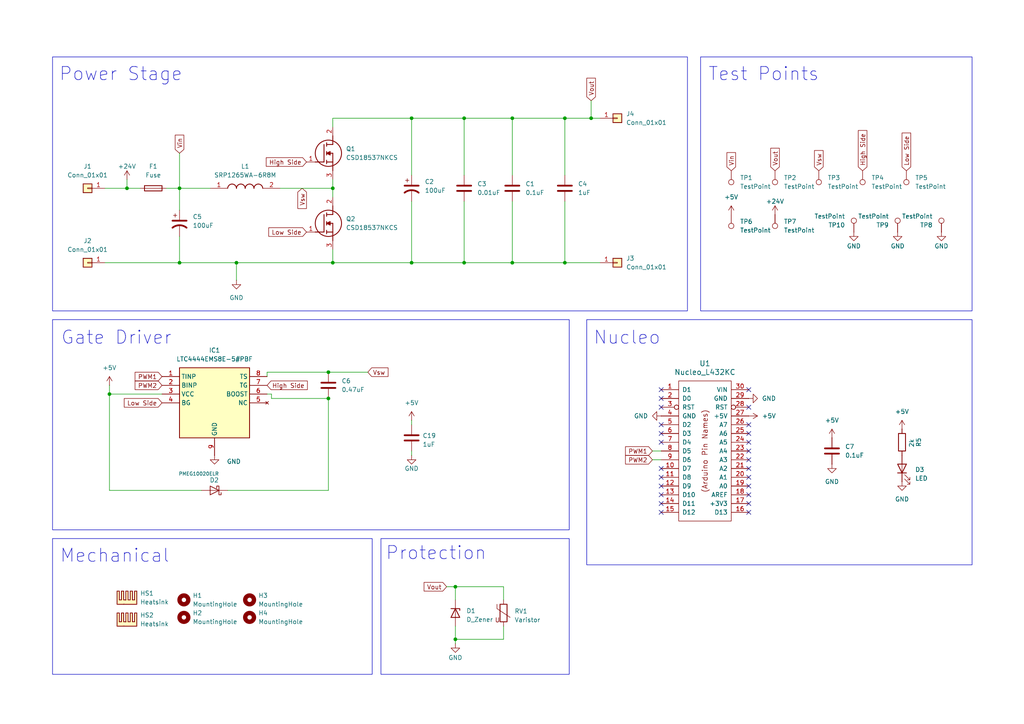
<source format=kicad_sch>
(kicad_sch (version 20250114) (generator "eeschema") (generator_version "9.0")
  (paper "A4")
  (lib_symbols
    (symbol "Connector:TestPoint" (pin_numbers (hide yes)) (pin_names (offset 0.762) (hide yes))
      (property "Reference" "TP" (at 0 6.858 0))
      (property "Value" "TestPoint" (at 0 5.08 0))
      (symbol "TestPoint_0_1"
        (circle (center 0 3.302) (radius 0.762))
      )
      (symbol "TestPoint_1_1"
        (pin passive line (at 0 0 90) (length 2.54) (name "1") (number "1"))
      )
    )
    (symbol "Connector_Generic:Conn_01x01" (pin_names (offset 1.016) (hide yes))
      (property "Reference" "J" (at 0 2.54 0))
      (property "Value" "Conn_01x01" (at 0 -2.54 0))
      (symbol "Conn_01x01_1_1"
        (rectangle (start -1.27 1.27) (end 1.27 -1.27) (stroke (width 0.254)) (fill (type background)))
        (rectangle (start -1.27 0.127) (end 0 -0.127) (stroke (width 0.1524)))
        (pin passive line (at -5.08 0 0) (length 3.81) (name "Pin_1") (number "1"))
      )
    )
    (symbol "Device:C" (pin_numbers (hide yes)) (pin_names (offset 0.254))
      (property "Reference" "C" (at 0.635 2.54 0))
      (property "Value" "C" (at 0.635 -2.54 0))
      (symbol "C_0_1"
        (polyline (pts (xy -2.032 0.762) (xy 2.032 0.762)) (stroke (width 0.508)))
        (polyline (pts (xy -2.032 -0.762) (xy 2.032 -0.762)) (stroke (width 0.508)))
      )
      (symbol "C_1_1"
        (pin passive line (at 0 3.81 270) (length 2.794) (name "~") (number "1"))
        (pin passive line (at 0 -3.81 90) (length 2.794) (name "~") (number "2"))
      )
    )
    (symbol "Device:C_Polarized_US" (pin_numbers (hide yes)) (pin_names (offset 0.254) (hide yes))
      (property "Reference" "C" (at 0.635 2.54 0))
      (property "Value" "C_Polarized_US" (at 0.635 -2.54 0))
      (symbol "C_Polarized_US_0_1"
        (polyline (pts (xy -2.032 0.762) (xy 2.032 0.762)) (stroke (width 0.508)))
        (polyline (pts (xy -1.778 2.286) (xy -0.762 2.286)))
        (polyline (pts (xy -1.27 1.778) (xy -1.27 2.794)))
        (arc (start -2.032 -1.27) (mid 0 -0.5572) (end 2.032 -1.27) (stroke (width 0.508)))
      )
      (symbol "C_Polarized_US_1_1"
        (pin passive line (at 0 3.81 270) (length 2.794) (name "~") (number "1"))
        (pin passive line (at 0 -3.81 90) (length 3.302) (name "~") (number "2"))
      )
    )
    (symbol "Device:D_Zener" (pin_numbers (hide yes)) (pin_names (offset 1.016) (hide yes))
      (property "Reference" "D" (at 0 2.54 0))
      (property "Value" "D_Zener" (at 0 -2.54 0))
      (symbol "D_Zener_0_1"
        (polyline (pts (xy -1.27 -1.27) (xy -1.27 1.27) (xy -0.762 1.27)) (stroke (width 0.254)))
        (polyline (pts (xy 1.27 0) (xy -1.27 0)))
        (polyline (pts (xy 1.27 -1.27) (xy 1.27 1.27) (xy -1.27 0) (xy 1.27 -1.27)) (stroke (width 0.254)))
      )
      (symbol "D_Zener_1_1"
        (pin passive line (at -3.81 0 0) (length 2.54) (name "K") (number "1"))
        (pin passive line (at 3.81 0 180) (length 2.54) (name "A") (number "2"))
      )
    )
    (symbol "Device:Fuse" (pin_numbers (hide yes)) (pin_names (offset 0))
      (property "Reference" "F" (at 2.032 0 90))
      (property "Value" "Fuse" (at -1.905 0 90))
      (symbol "Fuse_0_1"
        (rectangle (start -0.762 -2.54) (end 0.762 2.54) (stroke (width 0.254)))
        (polyline (pts (xy 0 2.54) (xy 0 -2.54)))
      )
      (symbol "Fuse_1_1"
        (pin passive line (at 0 3.81 270) (length 1.27) (name "~") (number "1"))
        (pin passive line (at 0 -3.81 90) (length 1.27) (name "~") (number "2"))
      )
    )
    (symbol "Device:LED" (pin_numbers (hide yes)) (pin_names (offset 1.016) (hide yes))
      (property "Reference" "D" (at 0 2.54 0))
      (property "Value" "LED" (at 0 -2.54 0))
      (symbol "LED_0_1"
        (polyline (pts (xy -3.048 -0.762) (xy -4.572 -2.286) (xy -3.81 -2.286) (xy -4.572 -2.286) (xy -4.572 -1.524)))
        (polyline (pts (xy -1.778 -0.762) (xy -3.302 -2.286) (xy -2.54 -2.286) (xy -3.302 -2.286) (xy -3.302 -1.524)))
        (polyline (pts (xy -1.27 0) (xy 1.27 0)))
        (polyline (pts (xy -1.27 -1.27) (xy -1.27 1.27)) (stroke (width 0.254)))
        (polyline (pts (xy 1.27 -1.27) (xy 1.27 1.27) (xy -1.27 0) (xy 1.27 -1.27)) (stroke (width 0.254)))
      )
      (symbol "LED_1_1"
        (pin passive line (at -3.81 0 0) (length 2.54) (name "K") (number "1"))
        (pin passive line (at 3.81 0 180) (length 2.54) (name "A") (number "2"))
      )
    )
    (symbol "Device:R" (pin_numbers (hide yes)) (pin_names (offset 0))
      (property "Reference" "R" (at 2.032 0 90))
      (property "Value" "R" (at 0 0 90))
      (symbol "R_0_1"
        (rectangle (start -1.016 -2.54) (end 1.016 2.54) (stroke (width 0.254)))
      )
      (symbol "R_1_1"
        (pin passive line (at 0 3.81 270) (length 1.27) (name "~") (number "1"))
        (pin passive line (at 0 -3.81 90) (length 1.27) (name "~") (number "2"))
      )
    )
    (symbol "Device:Varistor" (pin_numbers (hide yes)) (pin_names (offset 0))
      (property "Reference" "RV" (at 3.175 0 90))
      (property "Value" "Varistor" (at -3.175 0 90))
      (symbol "Varistor_0_0"
        (text "U" (at -1.778 -2.032 0) (effects (font (size 1.27 1.27))))
      )
      (symbol "Varistor_0_1"
        (polyline (pts (xy -1.905 2.54) (xy -1.905 1.27) (xy 1.905 -1.27)))
        (rectangle (start -1.016 -2.54) (end 1.016 2.54) (stroke (width 0.254)))
      )
      (symbol "Varistor_1_1"
        (pin passive line (at 0 3.81 270) (length 1.27) (name "~") (number "1"))
        (pin passive line (at 0 -3.81 90) (length 1.27) (name "~") (number "2"))
      )
    )
    (symbol "Diode:PMEG10020ELR" (pin_numbers (hide yes)) (pin_names (hide yes))
      (property "Reference" "D" (at 0 2.54 0))
      (property "Value" "PMEG10020ELR" (at 0 -2.54 0))
      (symbol "PMEG10020ELR_0_1"
        (polyline (pts (xy -1.905 0.635) (xy -1.905 1.27) (xy -1.27 1.27) (xy -1.27 -1.27) (xy -0.635 -1.27) (xy -0.635 -0.635)) (stroke (width 0.2032)))
        (polyline (pts (xy 1.27 1.27) (xy 1.27 -1.27) (xy -1.27 0) (xy 1.27 1.27)) (stroke (width 0.2032)))
        (polyline (pts (xy 1.27 0) (xy -1.27 0)))
      )
      (symbol "PMEG10020ELR_1_1"
        (pin passive line (at -3.81 0 0) (length 2.54) (name "K") (number "1"))
        (pin passive line (at 3.81 0 180) (length 2.54) (name "A") (number "2"))
      )
    )
    (symbol "Mechanical:Heatsink" (pin_names (offset 1.016)) (exclude_from_sim yes)
      (property "Reference" "HS" (at 0 5.08 0))
      (property "Value" "Heatsink" (at 0 -1.27 0))
      (symbol "Heatsink_0_1"
        (polyline (pts (xy -0.3302 1.27) (xy -0.9652 1.27) (xy -0.9652 3.81) (xy -1.6002 3.81) (xy -1.6002 1.27) (xy -2.2352 1.27) (xy -2.2352 3.81) (xy -2.8702 3.81) (xy -2.8702 0) (xy -0.9652 0)) (stroke (width 0.254)) (fill (type background)))
        (polyline (pts (xy -0.3302 1.27) (xy -0.3302 3.81) (xy 0.3048 3.81) (xy 0.3048 1.27) (xy 0.9398 1.27) (xy 0.9398 3.81) (xy 1.5748 3.81) (xy 1.5748 1.27) (xy 2.2098 1.27) (xy 2.2098 3.81) (xy 2.8448 3.81) (xy 2.8448 0) (xy -0.9652 0)) (stroke (width 0.254)) (fill (type background)))
      )
    )
    (symbol "Mechanical:MountingHole" (pin_names (offset 1.016)) (exclude_from_sim yes) (in_bom no)
      (property "Reference" "H" (at 0 5.08 0))
      (property "Value" "MountingHole" (at 0 3.175 0))
      (symbol "MountingHole_0_1"
        (circle (center 0 0) (radius 1.27) (stroke (width 1.27)))
      )
    )
    (symbol "SamacSys_Parts:CSD18537NKCS" (pin_names (hide yes))
      (property "Reference" "Q" (at 11.43 3.81 0))
      (property "Value" "CSD18537NKCS" (at 11.43 1.27 0))
      (symbol "CSD18537NKCS_1_1"
        (polyline (pts (xy 2.54 0) (xy 5.08 0)) (stroke (width 0.254)))
        (polyline (pts (xy 5.08 5.08) (xy 5.08 0)) (stroke (width 0.254)))
        (polyline (pts (xy 5.842 5.588) (xy 5.842 4.572)) (stroke (width 0.254)))
        (polyline (pts (xy 5.842 2.54) (xy 6.858 3.048) (xy 6.858 2.032) (xy 5.842 2.54)) (stroke (width 0.254)) (fill (type outline)))
        (polyline (pts (xy 5.842 2.032) (xy 5.842 3.048)) (stroke (width 0.254)))
        (polyline (pts (xy 5.842 0) (xy 7.62 0)) (stroke (width 0.254)))
        (polyline (pts (xy 5.842 -0.508) (xy 5.842 0.508)) (stroke (width 0.254)))
        (circle (center 6.35 2.54) (radius 3.81) (stroke (width 0.254)))
        (polyline (pts (xy 7.62 5.08) (xy 5.842 5.08)) (stroke (width 0.254)))
        (polyline (pts (xy 7.62 5.08) (xy 7.62 7.62)) (stroke (width 0.254)))
        (polyline (pts (xy 7.62 2.54) (xy 5.842 2.54)) (stroke (width 0.254)))
        (polyline (pts (xy 7.62 2.54) (xy 7.62 -2.54)) (stroke (width 0.254)))
        (pin passive line (at 0 0 0) (length 2.54) (name "G") (number "1"))
        (pin passive line (at 7.62 10.16 270) (length 2.54) (name "D") (number "2"))
        (pin passive line (at 7.62 -5.08 90) (length 2.54) (name "S") (number "3"))
      )
    )
    (symbol "SamacSys_Parts:LTC4444EMS8E-5#PBF"
      (property "Reference" "IC" (at 26.67 7.62 0))
      (property "Value" "LTC4444EMS8E-5#PBF" (at 26.67 5.08 0))
      (symbol "LTC4444EMS8E-5#PBF_1_1"
        (rectangle (start 5.08 2.54) (end 25.4 -17.78) (stroke (width 0.254)) (fill (type background)))
        (pin passive line (at 0 0 0) (length 5.08) (name "TINP") (number "1"))
        (pin passive line (at 0 -2.54 0) (length 5.08) (name "BINP") (number "2"))
        (pin passive line (at 0 -5.08 0) (length 5.08) (name "VCC") (number "3"))
        (pin passive line (at 0 -7.62 0) (length 5.08) (name "BG") (number "4"))
        (pin passive line (at 15.24 -22.86 90) (length 5.08) (name "GND") (number "9"))
        (pin passive line (at 30.48 0 180) (length 5.08) (name "TS") (number "8"))
        (pin passive line (at 30.48 -2.54 180) (length 5.08) (name "TG") (number "7"))
        (pin passive line (at 30.48 -5.08 180) (length 5.08) (name "BOOST") (number "6"))
        (pin no_connect line (at 30.48 -7.62 180) (length 5.08) (name "NC") (number "5"))
      )
    )
    (symbol "SamacSys_Parts:Nucleo_L432KC" (pin_names (offset 1.016))
      (property "Reference" "U1" (at 0 25.4 0))
      (property "Value" "Nucleo_L432KC" (at 0 22.86 0))
      (symbol "Nucleo_L432KC_0_0"
        (rectangle (start -7.62 20.32) (end 7.62 -20.32))
      )
      (symbol "Nucleo_L432KC_0_1"
        (text "(Arduino Pin Names)" (at 0 0 900) (effects (font (size 1.524 1.524))))
      )
      (symbol "Nucleo_L432KC_0_2"
        (text "(Nucleo Pin Names)" (at 0 0 900) (effects (font (size 1.524 1.524))))
      )
      (symbol "Nucleo_L432KC_1_1"
        (pin bidirectional line (at -12.7 17.78 0) (length 5.08) (name "D1") (number "1"))
        (pin bidirectional line (at -12.7 15.24 0) (length 5.08) (name "D0") (number "2"))
        (pin input inverted (at -12.7 12.7 0) (length 5.08) (name "RST") (number "3"))
        (pin power_in line (at -12.7 10.16 0) (length 5.08) (name "GND") (number "4"))
        (pin bidirectional line (at -12.7 7.62 0) (length 5.08) (name "D2") (number "5"))
        (pin bidirectional line (at -12.7 5.08 0) (length 5.08) (name "D3") (number "6"))
        (pin bidirectional line (at -12.7 2.54 0) (length 5.08) (name "D4") (number "7"))
        (pin bidirectional line (at -12.7 0 0) (length 5.08) (name "D5") (number "8"))
        (pin bidirectional line (at -12.7 -2.54 0) (length 5.08) (name "D6") (number "9"))
        (pin bidirectional line (at -12.7 -5.08 0) (length 5.08) (name "D7") (number "10"))
        (pin bidirectional line (at -12.7 -7.62 0) (length 5.08) (name "D8") (number "11"))
        (pin bidirectional line (at -12.7 -10.16 0) (length 5.08) (name "D9") (number "12"))
        (pin bidirectional line (at -12.7 -12.7 0) (length 5.08) (name "D10") (number "13"))
        (pin bidirectional line (at -12.7 -15.24 0) (length 5.08) (name "D11") (number "14"))
        (pin bidirectional line (at -12.7 -17.78 0) (length 5.08) (name "D12") (number "15"))
        (pin power_in line (at 12.7 17.78 180) (length 5.08) (name "VIN") (number "30"))
        (pin power_in line (at 12.7 15.24 180) (length 5.08) (name "GND") (number "29"))
        (pin input inverted (at 12.7 12.7 180) (length 5.08) (name "RST") (number "28"))
        (pin power_out line (at 12.7 10.16 180) (length 5.08) (name "+5V") (number "27"))
        (pin bidirectional line (at 12.7 7.62 180) (length 5.08) (name "A7") (number "26"))
        (pin bidirectional line (at 12.7 5.08 180) (length 5.08) (name "A6") (number "25"))
        (pin bidirectional line (at 12.7 2.54 180) (length 5.08) (name "A5") (number "24"))
        (pin bidirectional line (at 12.7 0 180) (length 5.08) (name "A4") (number "23"))
        (pin bidirectional line (at 12.7 -2.54 180) (length 5.08) (name "A3") (number "22"))
        (pin bidirectional line (at 12.7 -5.08 180) (length 5.08) (name "A2") (number "21"))
        (pin bidirectional line (at 12.7 -7.62 180) (length 5.08) (name "A1") (number "20"))
        (pin bidirectional line (at 12.7 -10.16 180) (length 5.08) (name "A0") (number "19"))
        (pin input line (at 12.7 -12.7 180) (length 5.08) (name "AREF") (number "18"))
        (pin power_out line (at 12.7 -15.24 180) (length 5.08) (name "+3V3") (number "17"))
        (pin bidirectional line (at 12.7 -17.78 180) (length 5.08) (name "D13") (number "16"))
      )
      (symbol "Nucleo_L432KC_1_2"
        (pin bidirectional line (at -12.7 17.78 0) (length 5.08) (name "PA9") (number "1"))
        (pin bidirectional line (at -12.7 15.24 0) (length 5.08) (name "PA10") (number "2"))
        (pin input inverted (at -12.7 12.7 0) (length 5.08) (name "RST") (number "3"))
        (pin power_in line (at -12.7 10.16 0) (length 5.08) (name "GND") (number "4"))
        (pin bidirectional line (at -12.7 7.62 0) (length 5.08) (name "PA12") (number "5"))
        (pin bidirectional line (at -12.7 5.08 0) (length 5.08) (name "PB0") (number "6"))
        (pin bidirectional line (at -12.7 2.54 0) (length 5.08) (name "PB7") (number "7"))
        (pin bidirectional line (at -12.7 0 0) (length 5.08) (name "PB6") (number "8"))
        (pin bidirectional line (at -12.7 -2.54 0) (length 5.08) (name "PB1") (number "9"))
        (pin bidirectional line (at -12.7 -5.08 0) (length 5.08) (name "PC14") (number "10"))
        (pin bidirectional line (at -12.7 -7.62 0) (length 5.08) (name "PC15") (number "11"))
        (pin bidirectional line (at -12.7 -10.16 0) (length 5.08) (name "PA8") (number "12"))
        (pin bidirectional line (at -12.7 -12.7 0) (length 5.08) (name "PA11") (number "13"))
        (pin bidirectional line (at -12.7 -15.24 0) (length 5.08) (name "PB5") (number "14"))
        (pin bidirectional line (at -12.7 -17.78 0) (length 5.08) (name "PB4") (number "15"))
        (pin power_in line (at 12.7 17.78 180) (length 5.08) (name "VIN") (number "30"))
        (pin power_in line (at 12.7 15.24 180) (length 5.08) (name "GND") (number "29"))
        (pin input inverted (at 12.7 12.7 180) (length 5.08) (name "RST") (number "28"))
        (pin power_out line (at 12.7 10.16 180) (length 5.08) (name "+5V") (number "27"))
        (pin bidirectional line (at 12.7 7.62 180) (length 5.08) (name "PA2") (number "26"))
        (pin bidirectional line (at 12.7 5.08 180) (length 5.08) (name "PA7") (number "25"))
        (pin bidirectional line (at 12.7 2.54 180) (length 5.08) (name "PA6") (number "24"))
        (pin bidirectional line (at 12.7 0 180) (length 5.08) (name "PA5") (number "23"))
        (pin bidirectional line (at 12.7 -2.54 180) (length 5.08) (name "PA4") (number "22"))
        (pin bidirectional line (at 12.7 -5.08 180) (length 5.08) (name "PA3") (number "21"))
        (pin bidirectional line (at 12.7 -7.62 180) (length 5.08) (name "PA1") (number "20"))
        (pin bidirectional line (at 12.7 -10.16 180) (length 5.08) (name "PA0") (number "19"))
        (pin input line (at 12.7 -12.7 180) (length 5.08) (name "AREF") (number "18"))
        (pin power_out line (at 12.7 -15.24 180) (length 5.08) (name "+3V3") (number "17"))
        (pin bidirectional line (at 12.7 -17.78 180) (length 5.08) (name "PB3") (number "16"))
      )
    )
    (symbol "SamacSys_Parts:SRP1265WA-6R8M" (pin_names (hide yes))
      (property "Reference" "L" (at 16.51 6.35 0))
      (property "Value" "SRP1265WA-6R8M" (at 16.51 3.81 0))
      (symbol "SRP1265WA-6R8M_1_1"
        (arc (start 5.08 0) (mid 6.35 1.219) (end 7.62 0) (stroke (width 0.254)))
        (arc (start 7.62 0) (mid 8.89 1.219) (end 10.16 0) (stroke (width 0.254)))
        (arc (start 10.16 0) (mid 11.43 1.219) (end 12.7 0) (stroke (width 0.254)))
        (arc (start 12.7 0) (mid 13.97 1.219) (end 15.24 0) (stroke (width 0.254)))
        (pin passive line (at 0 0 0) (length 5.08) (name "1") (number "1"))
        (pin passive line (at 20.32 0 180) (length 5.08) (name "2") (number "2"))
      )
    )
    (symbol "power:+24V" (power) (pin_names (offset 0))
      (property "Value" "+24V" (at 0 3.556 0))
      (symbol "+24V_0_1"
        (polyline (pts (xy -0.762 1.27) (xy 0 2.54)))
        (polyline (pts (xy 0 2.54) (xy 0.762 1.27)))
        (polyline (pts (xy 0 0) (xy 0 2.54)))
      )
      (symbol "+24V_1_1"
        (pin power_in line (at 0 0 90) (length 0) (hide yes) (name "+24V") (number "1"))
      )
    )
    (symbol "power:+5V" (power) (pin_numbers (hide yes)) (pin_names (offset 0) (hide yes))
      (property "Value" "+5V" (at 0 3.556 0))
      (symbol "+5V_0_1"
        (polyline (pts (xy -0.762 1.27) (xy 0 2.54)))
        (polyline (pts (xy 0 2.54) (xy 0.762 1.27)))
        (polyline (pts (xy 0 0) (xy 0 2.54)))
      )
      (symbol "+5V_1_1"
        (pin power_in line (at 0 0 90) (length 0) (name "~") (number "1"))
      )
    )
    (symbol "power:GND" (power) (pin_numbers (hide yes)) (pin_names (offset 0) (hide yes))
      (property "Value" "GND" (at 0 -3.81 0))
      (symbol "GND_0_1"
        (polyline (pts (xy 0 0) (xy 0 -1.27) (xy 1.27 -1.27) (xy 0 -2.54) (xy -1.27 -1.27) (xy 0 -1.27)))
      )
      (symbol "GND_1_1"
        (pin power_in line (at 0 0 270) (length 0) (name "~") (number "1"))
      )
    )
  )
  (rectangle (start 15.24 16.51) (end 199.39 90.17))
  (rectangle (start 170.18 92.71) (end 281.94 163.83))
  (rectangle (start 15.24 156.21) (end 107.95 195.58))
  (rectangle (start 203.2 16.51) (end 281.94 90.17))
  (rectangle (start 15.24 92.71) (end 165.1 153.67))
  (rectangle (start 110.49 156.21) (end 165.1 195.58))
  (text "Power Stage" (at 35.052 21.59 0) (effects (font (size 3.81 3.81))))
  (text "Protection" (at 126.492 160.528 0) (effects (font (size 3.81 3.81))))
  (text "Gate Driver" (at 33.782 98.044 0) (effects (font (size 3.81 3.81))))
  (text "Nucleo" (at 181.864 98.044 0) (effects (font (size 3.81 3.81))))
  (text "Test Points" (at 221.488 21.59 0) (effects (font (size 3.81 3.81))))
  (text "Mechanical" (at 33.274 161.29 0) (effects (font (size 3.81 3.81))))
  (junction (at 95.25 107.95))
  (junction (at 132.08 185.42))
  (junction (at 96.52 76.2))
  (junction (at 163.83 76.2))
  (junction (at 148.59 34.29))
  (junction (at 134.62 34.29))
  (junction (at 96.52 54.61))
  (junction (at 52.07 54.61))
  (junction (at 119.38 34.29))
  (junction (at 68.58 76.2))
  (junction (at 148.59 76.2))
  (junction (at 95.25 115.57))
  (junction (at 171.45 34.29))
  (junction (at 132.08 170.18))
  (junction (at 134.62 76.2))
  (junction (at 119.38 76.2))
  (junction (at 31.75 114.3))
  (junction (at 163.83 34.29))
  (junction (at 52.07 76.2))
  (junction (at 36.83 54.61))
  (no_connect (at 191.77 123.19))
  (no_connect (at 191.77 128.27))
  (no_connect (at 191.77 118.11))
  (no_connect (at 217.17 125.73))
  (no_connect (at 217.17 135.89))
  (no_connect (at 191.77 115.57))
  (no_connect (at 191.77 148.59))
  (no_connect (at 217.17 130.81))
  (no_connect (at 191.77 135.89))
  (no_connect (at 191.77 146.05))
  (no_connect (at 217.17 140.97))
  (no_connect (at 217.17 118.11))
  (no_connect (at 217.17 133.35))
  (no_connect (at 191.77 125.73))
  (no_connect (at 217.17 113.03))
  (no_connect (at 191.77 138.43))
  (no_connect (at 217.17 146.05))
  (no_connect (at 217.17 143.51))
  (no_connect (at 217.17 123.19))
  (no_connect (at 191.77 143.51))
  (no_connect (at 217.17 148.59))
  (no_connect (at 217.17 138.43))
  (no_connect (at 217.17 128.27))
  (no_connect (at 191.77 113.03))
  (no_connect (at 191.77 140.97))
  (wire (pts (xy 52.07 76.2) (xy 68.58 76.2)))
  (wire (pts (xy 132.08 170.18) (xy 132.08 173.99)))
  (wire (pts (xy 96.52 54.61) (xy 96.52 57.15)))
  (wire (pts (xy 171.45 34.29) (xy 163.83 34.29)))
  (wire (pts (xy 119.38 130.81) (xy 119.38 132.08)))
  (wire (pts (xy 77.47 114.3) (xy 78.74 114.3)))
  (wire (pts (xy 163.83 34.29) (xy 148.59 34.29)))
  (wire (pts (xy 132.08 170.18) (xy 146.05 170.18)))
  (wire (pts (xy 95.25 107.95) (xy 106.68 107.95)))
  (wire (pts (xy 68.58 76.2) (xy 96.52 76.2)))
  (wire (pts (xy 30.48 76.2) (xy 52.07 76.2)))
  (wire (pts (xy 81.28 54.61) (xy 96.52 54.61)))
  (wire (pts (xy 77.47 107.95) (xy 95.25 107.95)))
  (wire (pts (xy 119.38 76.2) (xy 134.62 76.2)))
  (wire (pts (xy 189.23 130.81) (xy 191.77 130.81)))
  (wire (pts (xy 96.52 76.2) (xy 119.38 76.2)))
  (wire (pts (xy 46.99 114.3) (xy 31.75 114.3)))
  (wire (pts (xy 36.83 52.07) (xy 36.83 54.61)))
  (wire (pts (xy 52.07 44.45) (xy 52.07 54.61)))
  (wire (pts (xy 148.59 76.2) (xy 163.83 76.2)))
  (wire (pts (xy 78.74 114.3) (xy 78.74 115.57)))
  (wire (pts (xy 132.08 185.42) (xy 146.05 185.42)))
  (wire (pts (xy 119.38 34.29) (xy 96.52 34.29)))
  (wire (pts (xy 163.83 76.2) (xy 173.99 76.2)))
  (wire (pts (xy 31.75 142.24) (xy 58.42 142.24)))
  (wire (pts (xy 78.74 115.57) (xy 95.25 115.57)))
  (wire (pts (xy 36.83 54.61) (xy 40.64 54.61)))
  (wire (pts (xy 163.83 34.29) (xy 163.83 50.8)))
  (wire (pts (xy 96.52 72.39) (xy 96.52 76.2)))
  (wire (pts (xy 171.45 29.21) (xy 171.45 34.29)))
  (wire (pts (xy 146.05 173.99) (xy 146.05 170.18)))
  (wire (pts (xy 119.38 121.92) (xy 119.38 123.19)))
  (wire (pts (xy 96.52 52.07) (xy 96.52 54.61)))
  (wire (pts (xy 95.25 142.24) (xy 95.25 115.57)))
  (wire (pts (xy 134.62 34.29) (xy 134.62 50.8)))
  (wire (pts (xy 146.05 181.61) (xy 146.05 185.42)))
  (wire (pts (xy 134.62 34.29) (xy 119.38 34.29)))
  (wire (pts (xy 31.75 114.3) (xy 31.75 142.24)))
  (wire (pts (xy 134.62 76.2) (xy 148.59 76.2)))
  (wire (pts (xy 173.99 34.29) (xy 171.45 34.29)))
  (wire (pts (xy 148.59 34.29) (xy 134.62 34.29)))
  (wire (pts (xy 68.58 76.2) (xy 68.58 81.28)))
  (wire (pts (xy 48.26 54.61) (xy 52.07 54.61)))
  (wire (pts (xy 52.07 54.61) (xy 60.96 54.61)))
  (wire (pts (xy 119.38 34.29) (xy 119.38 50.8)))
  (wire (pts (xy 163.83 58.42) (xy 163.83 76.2)))
  (wire (pts (xy 30.48 54.61) (xy 36.83 54.61)))
  (wire (pts (xy 132.08 181.61) (xy 132.08 185.42)))
  (wire (pts (xy 31.75 111.76) (xy 31.75 114.3)))
  (wire (pts (xy 52.07 54.61) (xy 52.07 60.96)))
  (wire (pts (xy 148.59 58.42) (xy 148.59 76.2)))
  (wire (pts (xy 189.23 133.35) (xy 191.77 133.35)))
  (wire (pts (xy 77.47 109.22) (xy 77.47 107.95)))
  (wire (pts (xy 132.08 185.42) (xy 132.08 186.69)))
  (wire (pts (xy 66.04 142.24) (xy 95.25 142.24)))
  (wire (pts (xy 134.62 58.42) (xy 134.62 76.2)))
  (wire (pts (xy 129.54 170.18) (xy 132.08 170.18)))
  (wire (pts (xy 52.07 68.58) (xy 52.07 76.2)))
  (wire (pts (xy 148.59 34.29) (xy 148.59 50.8)))
  (wire (pts (xy 96.52 34.29) (xy 96.52 36.83)))
  (wire (pts (xy 119.38 58.42) (xy 119.38 76.2)))
  (global_label "High Side" (shape input) (at 77.47 111.76 0) (property "Intersheetrefs" "${INTERSHEET_REFS}" (effects (hide yes))))
  (global_label "Vout" (shape input) (at 224.79 49.53 90) (property "Intersheetrefs" "${INTERSHEET_REFS}" (effects (hide yes))))
  (global_label "PWM2" (shape input) (at 46.99 111.76 180) (property "Intersheetrefs" "${INTERSHEET_REFS}" (effects (hide yes))))
  (global_label "High Side" (shape input) (at 250.19 49.53 90) (property "Intersheetrefs" "${INTERSHEET_REFS}" (effects (hide yes))))
  (global_label "PWM2" (shape input) (at 189.23 133.35 180) (property "Intersheetrefs" "${INTERSHEET_REFS}" (effects (hide yes))))
  (global_label "Vin" (shape input) (at 52.07 44.45 90) (property "Intersheetrefs" "${INTERSHEET_REFS}" (effects (hide yes))))
  (global_label "Vsw" (shape input) (at 237.49 49.53 90) (property "Intersheetrefs" "${INTERSHEET_REFS}" (effects (hide yes))))
  (global_label "High Side" (shape input) (at 88.9 46.99 180) (property "Intersheetrefs" "${INTERSHEET_REFS}" (effects (hide yes))))
  (global_label "Vin" (shape input) (at 212.09 49.53 90) (property "Intersheetrefs" "${INTERSHEET_REFS}" (effects (hide yes))))
  (global_label "Low Side" (shape input) (at 88.9 67.31 180) (property "Intersheetrefs" "${INTERSHEET_REFS}" (effects (hide yes))))
  (global_label "Vsw" (shape input) (at 106.68 107.95 0) (property "Intersheetrefs" "${INTERSHEET_REFS}" (effects (hide yes))))
  (global_label "Vout" (shape input) (at 171.45 29.21 90) (property "Intersheetrefs" "${INTERSHEET_REFS}" (effects (hide yes))))
  (global_label "Low Side" (shape input) (at 46.99 116.84 180) (property "Intersheetrefs" "${INTERSHEET_REFS}" (effects (hide yes))))
  (global_label "PWM1" (shape input) (at 189.23 130.81 180) (property "Intersheetrefs" "${INTERSHEET_REFS}" (effects (hide yes))))
  (global_label "Low Side" (shape input) (at 262.89 49.53 90) (property "Intersheetrefs" "${INTERSHEET_REFS}" (effects (hide yes))))
  (global_label "PWM1" (shape input) (at 46.99 109.22 180) (property "Intersheetrefs" "${INTERSHEET_REFS}" (effects (hide yes))))
  (global_label "Vout" (shape input) (at 129.54 170.18 180) (property "Intersheetrefs" "${INTERSHEET_REFS}" (effects (hide yes))))
  (global_label "Vsw" (shape input) (at 87.63 54.61 270) (property "Intersheetrefs" "${INTERSHEET_REFS}" (effects (hide yes))))
  (symbol (lib_id "Connector:TestPoint") (at 273.05 67.31 0) (unit 1)
    (property "Reference" "TP8" (at 270.51 65.2781 0) (effects (justify right)))
    (property "Value" "TestPoint" (at 270.51 62.7381 0) (effects (justify right)))
    (property "Footprint" "TestPoint:TestPoint_Loop_D1.80mm_Drill1.0mm_Beaded" (effects (hide yes)))
  )
  (symbol (lib_id "power:+5V") (at 241.3 127 0) (unit 1)
    (property "Reference" "#PWR015" (effects (hide yes)))
    (property "Value" "+5V" (at 241.3 121.92 0))
    (property "Description" "Power symbol creates a global label with name \"+5V\"" (effects (hide yes)))
  )
  (symbol (lib_id "Device:D_Zener") (at 132.08 177.8 270) (unit 1)
    (property "Reference" "D1" (at 135.255 177.165 90) (effects (justify left)))
    (property "Value" "D_Zener" (at 135.255 179.705 90) (effects (justify left)))
    (property "Footprint" "ECE462L:1.5KE75A" (effects (hide yes)))
  )
  (symbol (lib_id "Mechanical:MountingHole") (at 53.34 179.07 0) (unit 1) (exclude_from_sim yes) (in_bom no)
    (property "Reference" "H2" (at 55.88 177.7999 0) (effects (justify left)))
    (property "Value" "MountingHole" (at 55.88 180.3399 0) (effects (justify left)))
    (property "Footprint" "MountingHole:MountingHole_3.2mm_M3" (effects (hide yes)))
    (property "Description" "Mounting Hole without connection" (effects (hide yes)))
  )
  (symbol (lib_id "Device:Varistor") (at 146.05 177.8 0) (unit 1)
    (property "Reference" "RV1" (at 149.225 177.2642 0) (effects (justify left)))
    (property "Value" "Varistor" (at 149.225 179.8042 0) (effects (justify left)))
    (property "Footprint" "ECE462L:V100ZA15P" (effects (hide yes)))
    (property "Sim.Name" "kicad_builtin_varistor" (effects (hide yes)))
    (property "Sim.Device" "SUBCKT" (effects (hide yes)))
    (property "Sim.Pins" "1=A 2=B" (effects (hide yes)))
    (property "Sim.Params" "threshold=1k" (effects (hide yes)))
    (property "Sim.Library" "${KICAD7_SYMBOL_DIR}/Simulation_SPICE.sp" (effects (hide yes)))
  )
  (symbol (lib_id "Connector:TestPoint") (at 212.09 62.23 180) (unit 1)
    (property "Reference" "TP6" (at 214.63 64.2619 0) (effects (justify right)))
    (property "Value" "TestPoint" (at 214.63 66.8019 0) (effects (justify right)))
    (property "Footprint" "TestPoint:TestPoint_Loop_D1.80mm_Drill1.0mm_Beaded" (effects (hide yes)))
  )
  (symbol (lib_id "power:+24V") (at 224.79 62.23 0) (unit 1)
    (property "Reference" "#PWR011" (effects (hide yes)))
    (property "Value" "+24V" (at 224.79 58.42 0))
  )
  (symbol (lib_id "Connector:TestPoint") (at 247.65 67.31 0) (unit 1)
    (property "Reference" "TP10" (at 245.11 65.2781 0) (effects (justify right)))
    (property "Value" "TestPoint" (at 245.11 62.7381 0) (effects (justify right)))
    (property "Footprint" "TestPoint:TestPoint_Loop_D1.80mm_Drill1.0mm_Beaded" (effects (hide yes)))
  )
  (symbol (lib_id "power:GND") (at 191.77 120.65 270) (unit 1)
    (property "Reference" "#PWR06" (effects (hide yes)))
    (property "Value" "GND" (at 187.96 120.6499 90) (effects (justify right)))
    (property "Description" "Power symbol creates a global label with name \"GND\" , ground" (effects (hide yes)))
  )
  (symbol (lib_id "power:GND") (at 68.58 81.28 0) (unit 1)
    (property "Reference" "#PWR01" (effects (hide yes)))
    (property "Value" "GND" (at 68.58 86.36 0))
    (property "Description" "Power symbol creates a global label with name \"GND\" , ground" (effects (hide yes)))
  )
  (symbol (lib_id "Connector:TestPoint") (at 250.19 49.53 180) (unit 1)
    (property "Reference" "TP4" (at 252.73 51.5619 0) (effects (justify right)))
    (property "Value" "TestPoint" (at 252.73 54.1019 0) (effects (justify right)))
    (property "Footprint" "TestPoint:TestPoint_Loop_D1.80mm_Drill1.0mm_Beaded" (effects (hide yes)))
  )
  (symbol (lib_id "power:+5V") (at 217.17 120.65 270) (unit 1)
    (property "Reference" "#PWR04" (effects (hide yes)))
    (property "Value" "+5V" (at 220.98 120.6499 90) (effects (justify left)))
    (property "Description" "Power symbol creates a global label with name \"+5V\"" (effects (hide yes)))
  )
  (symbol (lib_id "Device:C") (at 148.59 54.61 0) (unit 1)
    (property "Reference" "C1" (at 152.4 53.3399 0) (effects (justify left)))
    (property "Value" "0.1uF" (at 152.4 55.8799 0) (effects (justify left)))
    (property "Description" "Unpolarized capacitor" (effects (hide yes)))
  )
  (symbol (lib_id "Device:LED") (at 261.62 135.89 90) (unit 1)
    (property "Reference" "D3" (at 265.43 136.2074 90) (effects (justify right)))
    (property "Value" "LED" (at 265.43 138.7474 90) (effects (justify right)))
    (property "Footprint" "LED_SMD:LED_0805_2012Metric" (effects (hide yes)))
    (property "Description" "Light emitting diode" (effects (hide yes)))
    (property "Sim.Pins" "1=K 2=A" (effects (hide yes)))
  )
  (symbol (lib_id "Diode:PMEG10020ELR") (at 62.23 142.24 180) (unit 1)
    (property "Reference" "D2" (at 63.5 139.2556 0) (effects (justify left)))
    (property "Value" "PMEG10020ELR" (at 63.5 137.414 0) (effects (font (size 1 1)) (justify left)))
    (property "Footprint" "Diode_SMD:Nexperia_CFP3_SOD-123W" (effects (hide yes)))
    (property "Datasheet" "https://assets.nexperia.com/documents/data-sheet/PMEG10020ELR.pdf" (effects (hide yes)))
    (property "Description" "boostrap diode" (effects (hide yes)))
  )
  (symbol (lib_id "power:GND") (at 217.17 115.57 90) (unit 1)
    (property "Reference" "#PWR07" (effects (hide yes)))
    (property "Value" "GND" (at 220.98 115.5699 90) (effects (justify right)))
    (property "Description" "Power symbol creates a global label with name \"GND\" , ground" (effects (hide yes)))
  )
  (symbol (lib_id "SamacSys_Parts:CSD18537NKCS") (at 88.9 46.99 0) (unit 1)
    (property "Reference" "Q1" (at 100.33 43.1799 0) (effects (justify left)))
    (property "Value" "CSD18537NKCS" (at 100.33 45.7199 0) (effects (justify left)))
    (property "Footprint" "TO254P470X1016X1611-3P" (effects (hide yes)))
    (property "Datasheet" "http://www.ti.com/lit/gpn/csd18537nkcs" (effects (hide yes)))
    (property "Description" "Texas Instruments CSD18537NKCS N-channel MOSFET Transistor, 54 A, 60 V, 3-Pin TO-220" (effects (hide yes)))
    (property "Height" "4.7" (effects (hide yes)))
    (property "Manufacturer_Name" "Texas Instruments" (effects (hide yes)))
    (property "Manufacturer_Part_Number" "CSD18537NKCS" (effects (hide yes)))
    (property "Mouser Part Number" "595-CSD18537NKCS" (effects (hide yes)))
    (property "Mouser Price/Stock" "https://www.mouser.co.uk/ProductDetail/Texas-Instruments/CSD18537NKCS?qs=7GxONfNUZSjsnNZYqTU%2F7w%3D%3D" (effects (hide yes)))
    (property "Arrow Part Number" "CSD18537NKCS" (effects (hide yes)))
    (property "Arrow Price/Stock" "https://www.arrow.com/en/products/csd18537nkcs/texas-instruments?region=nac" (effects (hide yes)))
  )
  (symbol (lib_id "power:+5V") (at 31.75 111.76 0) (unit 1)
    (property "Reference" "#PWR05" (effects (hide yes)))
    (property "Value" "+5V" (at 31.75 106.68 0))
    (property "Description" "Power symbol creates a global label with name \"+5V\"" (effects (hide yes)))
  )
  (symbol (lib_id "Mechanical:Heatsink") (at 36.83 175.26 0) (unit 1) (exclude_from_sim yes)
    (property "Reference" "HS1" (at 40.64 172.0849 0) (effects (justify left)))
    (property "Value" "Heatsink" (at 40.64 174.6249 0) (effects (justify left)))
    (property "Footprint" "ECE462L:HSS-B20-NPS-01" (effects (hide yes)))
    (property "Description" "Heatsink" (effects (hide yes)))
  )
  (symbol (lib_id "SamacSys_Parts:LTC4444EMS8E-5#PBF") (at 46.99 109.22 0) (unit 1)
    (property "Reference" "IC1" (at 62.23 101.6 0))
    (property "Value" "LTC4444EMS8E-5#PBF" (at 62.23 104.14 0))
    (property "Footprint" "SOP65P490X110-9N" (effects (hide yes)))
    (property "Datasheet" "https://www.arrow.com/en/products/ltc4444ems8e-5pbf/analog-devices" (effects (hide yes)))
    (property "Description" "Driver 1.75A 2-OUT High and Low Side Non-Inv Automotive 8-Pin MSOP EP Tube" (effects (hide yes)))
    (property "Height" "1.1" (effects (hide yes)))
    (property "Manufacturer_Name" "Analog Devices" (effects (hide yes)))
    (property "Manufacturer_Part_Number" "LTC4444EMS8E-5#PBF" (effects (hide yes)))
    (property "Mouser Part Number" "584-C4444EMS8E-5PBF" (effects (hide yes)))
    (property "Mouser Price/Stock" "https://www.mouser.co.uk/ProductDetail/Analog-Devices/LTC4444EMS8E-5PBF?qs=hVkxg5c3xu%252Bjv%252BUC8ewGgg%3D%3D" (effects (hide yes)))
    (property "Arrow Part Number" "LTC4444EMS8E-5#PBF" (effects (hide yes)))
    (property "Arrow Price/Stock" "https://www.arrow.com/en/products/ltc4444ems8e-5pbf/analog-devices?region=europe" (effects (hide yes)))
  )
  (symbol (lib_id "Device:C") (at 95.25 111.76 180) (unit 1)
    (property "Reference" "C6" (at 99.06 110.4899 0) (effects (justify right)))
    (property "Value" "0.47uF" (at 99.06 113.0299 0) (effects (justify right)))
    (property "Description" "Unpolarized capacitor" (effects (hide yes)))
  )
  (symbol (lib_id "power:GND") (at 62.23 132.08 0) (unit 1)
    (property "Reference" "#PWR02" (effects (hide yes)))
    (property "Value" "GND" (at 67.818 133.858 0))
    (property "Description" "Power symbol creates a global label with name \"GND\" , ground" (effects (hide yes)))
  )
  (symbol (lib_id "Device:C_Polarized_US") (at 119.38 54.61 0) (unit 1)
    (property "Reference" "C2" (at 123.19 52.7049 0) (effects (justify left)))
    (property "Value" "100uF" (at 123.19 55.2449 0) (effects (justify left)))
    (property "Description" "Polarized capacitor, US symbol" (effects (hide yes)))
  )
  (symbol (lib_id "power:GND") (at 132.08 186.69 0) (unit 1)
    (property "Reference" "#PWR03" (effects (hide yes)))
    (property "Value" "GND" (at 132.08 190.754 0))
  )
  (symbol (lib_id "Connector_Generic:Conn_01x01") (at 25.4 54.61 180) (unit 1)
    (property "Reference" "J1" (at 25.4 48.26 0))
    (property "Value" "Conn_01x01" (at 25.4 50.8 0))
    (property "Description" "Generic connector, single row, 01x01, script generated (kicad-library-utils/schlib/autogen/connector/)" (effects (hide yes)))
  )
  (symbol (lib_id "power:GND") (at 241.3 134.62 0) (unit 1)
    (property "Reference" "#PWR016" (effects (hide yes)))
    (property "Value" "GND" (at 241.3 139.7 0))
    (property "Description" "Power symbol creates a global label with name \"GND\" , ground" (effects (hide yes)))
  )
  (symbol (lib_id "Connector:TestPoint") (at 260.35 67.31 0) (unit 1)
    (property "Reference" "TP9" (at 257.81 65.2781 0) (effects (justify right)))
    (property "Value" "TestPoint" (at 257.81 62.7381 0) (effects (justify right)))
    (property "Footprint" "TestPoint:TestPoint_Loop_D1.80mm_Drill1.0mm_Beaded" (effects (hide yes)))
  )
  (symbol (lib_id "Connector:TestPoint") (at 212.09 49.53 180) (unit 1)
    (property "Reference" "TP1" (at 214.63 51.5619 0) (effects (justify right)))
    (property "Value" "TestPoint" (at 214.63 54.1019 0) (effects (justify right)))
    (property "Footprint" "TestPoint:TestPoint_Loop_D1.80mm_Drill1.0mm_Beaded" (effects (hide yes)))
  )
  (symbol (lib_id "Mechanical:MountingHole") (at 72.39 179.07 0) (unit 1) (exclude_from_sim yes) (in_bom no)
    (property "Reference" "H4" (at 74.93 177.7999 0) (effects (justify left)))
    (property "Value" "MountingHole" (at 74.93 180.3399 0) (effects (justify left)))
    (property "Footprint" "MountingHole:MountingHole_3.2mm_M3" (effects (hide yes)))
    (property "Description" "Mounting Hole without connection" (effects (hide yes)))
  )
  (symbol (lib_id "Connector_Generic:Conn_01x01") (at 179.07 34.29 0) (unit 1)
    (property "Reference" "J4" (at 181.61 33.0199 0) (effects (justify left)))
    (property "Value" "Conn_01x01" (at 181.61 35.5599 0) (effects (justify left)))
    (property "Description" "Generic connector, single row, 01x01, script generated (kicad-library-utils/schlib/autogen/connector/)" (effects (hide yes)))
  )
  (symbol (lib_id "power:GND") (at 273.05 67.31 0) (unit 1)
    (property "Reference" "#PWR014" (effects (hide yes)))
    (property "Value" "GND" (at 273.05 71.374 0))
  )
  (symbol (lib_id "power:GND") (at 119.38 132.08 0) (unit 1)
    (property "Reference" "#PWR033" (effects (hide yes)))
    (property "Value" "GND" (at 119.38 135.89 0))
  )
  (symbol (lib_id "Device:C") (at 163.83 54.61 0) (unit 1)
    (property "Reference" "C4" (at 167.64 53.3399 0) (effects (justify left)))
    (property "Value" "1uF" (at 167.64 55.8799 0) (effects (justify left)))
    (property "Description" "Unpolarized capacitor" (effects (hide yes)))
  )
  (symbol (lib_id "Device:C") (at 241.3 130.81 0) (unit 1)
    (property "Reference" "C7" (at 245.11 129.5399 0) (effects (justify left)))
    (property "Value" "0.1uF" (at 245.11 132.0799 0) (effects (justify left)))
    (property "Footprint" "Capacitor_SMD:C_0805_2012Metric" (effects (hide yes)))
    (property "Description" "Unpolarized capacitor" (effects (hide yes)))
  )
  (symbol (lib_id "Device:C") (at 119.38 127 0) (unit 1)
    (property "Reference" "C19" (at 122.555 126.365 0) (effects (justify left)))
    (property "Value" "1uF" (at 122.555 128.905 0) (effects (justify left)))
    (property "Footprint" "Capacitor_SMD:C_0805_2012Metric" (effects (hide yes)))
  )
  (symbol (lib_id "Mechanical:MountingHole") (at 72.39 173.99 0) (unit 1) (exclude_from_sim yes) (in_bom no)
    (property "Reference" "H3" (at 74.93 172.7199 0) (effects (justify left)))
    (property "Value" "MountingHole" (at 74.93 175.2599 0) (effects (justify left)))
    (property "Footprint" "MountingHole:MountingHole_3.2mm_M3" (effects (hide yes)))
    (property "Description" "Mounting Hole without connection" (effects (hide yes)))
  )
  (symbol (lib_id "power:+5V") (at 261.62 124.46 0) (unit 1)
    (property "Reference" "#PWR018" (effects (hide yes)))
    (property "Value" "+5V" (at 261.62 119.38 0))
    (property "Description" "Power symbol creates a global label with name \"+5V\"" (effects (hide yes)))
  )
  (symbol (lib_id "SamacSys_Parts:Nucleo_L432KC") (at 204.47 130.81 0) (unit 1)
    (property "Reference" "U1" (at 204.47 105.41 0) (effects (font (size 1.524 1.524))))
    (property "Value" "Nucleo_L432KC" (at 204.47 107.95 0) (effects (font (size 1.524 1.524))))
    (property "Footprint" "UTSVT_Special:NucleoL432KC" (effects (hide yes)))
  )
  (symbol (lib_id "power:+5V") (at 212.09 62.23 0) (unit 1)
    (property "Reference" "#PWR010" (effects (hide yes)))
    (property "Value" "+5V" (at 212.09 57.15 0))
    (property "Description" "Power symbol creates a global label with name \"+5V\"" (effects (hide yes)))
  )
  (symbol (lib_id "power:GND") (at 260.35 67.31 0) (unit 1)
    (property "Reference" "#PWR013" (effects (hide yes)))
    (property "Value" "GND" (at 260.35 71.374 0))
  )
  (symbol (lib_id "Mechanical:Heatsink") (at 36.83 181.61 0) (unit 1) (exclude_from_sim yes)
    (property "Reference" "HS2" (at 40.64 178.4349 0) (effects (justify left)))
    (property "Value" "Heatsink" (at 40.64 180.9749 0) (effects (justify left)))
    (property "Footprint" "ECE462L:HSS-B20-NPS-01" (effects (hide yes)))
    (property "Description" "Heatsink" (effects (hide yes)))
  )
  (symbol (lib_id "Device:C_Polarized_US") (at 52.07 64.77 0) (unit 1)
    (property "Reference" "C5" (at 55.88 62.8649 0) (effects (justify left)))
    (property "Value" "100uF" (at 55.88 65.4049 0) (effects (justify left)))
    (property "Description" "Polarized capacitor, US symbol" (effects (hide yes)))
  )
  (symbol (lib_id "power:+24V") (at 36.83 52.07 0) (unit 1)
    (property "Reference" "#PWR08" (effects (hide yes)))
    (property "Value" "+24V" (at 36.83 48.26 0))
  )
  (symbol (lib_id "Connector:TestPoint") (at 262.89 49.53 180) (unit 1)
    (property "Reference" "TP5" (at 265.43 51.5619 0) (effects (justify right)))
    (property "Value" "TestPoint" (at 265.43 54.1019 0) (effects (justify right)))
    (property "Footprint" "TestPoint:TestPoint_Loop_D1.80mm_Drill1.0mm_Beaded" (effects (hide yes)))
  )
  (symbol (lib_id "Connector:TestPoint") (at 237.49 49.53 180) (unit 1)
    (property "Reference" "TP3" (at 240.03 51.5619 0) (effects (justify right)))
    (property "Value" "TestPoint" (at 240.03 54.1019 0) (effects (justify right)))
    (property "Footprint" "TestPoint:TestPoint_Loop_D1.80mm_Drill1.0mm_Beaded" (effects (hide yes)))
  )
  (symbol (lib_id "power:+5V") (at 119.38 121.92 0) (unit 1)
    (property "Reference" "#PWR09" (effects (hide yes)))
    (property "Value" "+5V" (at 119.38 116.84 0))
    (property "Description" "Power symbol creates a global label with name \"+5V\"" (effects (hide yes)))
  )
  (symbol (lib_id "power:GND") (at 247.65 67.31 0) (unit 1)
    (property "Reference" "#PWR012" (effects (hide yes)))
    (property "Value" "GND" (at 247.65 71.374 0))
  )
  (symbol (lib_id "Device:C") (at 134.62 54.61 0) (unit 1)
    (property "Reference" "C3" (at 138.43 53.3399 0) (effects (justify left)))
    (property "Value" "0.01uF" (at 138.43 55.8799 0) (effects (justify left)))
    (property "Description" "Unpolarized capacitor" (effects (hide yes)))
  )
  (symbol (lib_id "power:GND") (at 261.62 139.7 0) (unit 1)
    (property "Reference" "#PWR019" (effects (hide yes)))
    (property "Value" "GND" (at 261.62 144.78 0))
    (property "Description" "Power symbol creates a global label with name \"GND\" , ground" (effects (hide yes)))
  )
  (symbol (lib_id "Mechanical:MountingHole") (at 53.34 173.99 0) (unit 1) (exclude_from_sim yes) (in_bom no)
    (property "Reference" "H1" (at 55.88 172.7199 0) (effects (justify left)))
    (property "Value" "MountingHole" (at 55.88 175.2599 0) (effects (justify left)))
    (property "Footprint" "MountingHole:MountingHole_3.2mm_M3" (effects (hide yes)))
    (property "Description" "Mounting Hole without connection" (effects (hide yes)))
  )
  (symbol (lib_id "Connector:TestPoint") (at 224.79 62.23 180) (unit 1)
    (property "Reference" "TP7" (at 227.33 64.2619 0) (effects (justify right)))
    (property "Value" "TestPoint" (at 227.33 66.8019 0) (effects (justify right)))
    (property "Footprint" "TestPoint:TestPoint_Loop_D1.80mm_Drill1.0mm_Beaded" (effects (hide yes)))
  )
  (symbol (lib_id "SamacSys_Parts:CSD18537NKCS") (at 88.9 67.31 0) (unit 1)
    (property "Reference" "Q2" (at 100.33 63.4999 0) (effects (justify left)))
    (property "Value" "CSD18537NKCS" (at 100.33 66.0399 0) (effects (justify left)))
    (property "Footprint" "TO254P470X1016X1611-3P" (effects (hide yes)))
    (property "Datasheet" "http://www.ti.com/lit/gpn/csd18537nkcs" (effects (hide yes)))
    (property "Description" "Texas Instruments CSD18537NKCS N-channel MOSFET Transistor, 54 A, 60 V, 3-Pin TO-220" (effects (hide yes)))
    (property "Height" "4.7" (effects (hide yes)))
    (property "Manufacturer_Name" "Texas Instruments" (effects (hide yes)))
    (property "Manufacturer_Part_Number" "CSD18537NKCS" (effects (hide yes)))
    (property "Mouser Part Number" "595-CSD18537NKCS" (effects (hide yes)))
    (property "Mouser Price/Stock" "https://www.mouser.co.uk/ProductDetail/Texas-Instruments/CSD18537NKCS?qs=7GxONfNUZSjsnNZYqTU%2F7w%3D%3D" (effects (hide yes)))
    (property "Arrow Part Number" "CSD18537NKCS" (effects (hide yes)))
    (property "Arrow Price/Stock" "https://www.arrow.com/en/products/csd18537nkcs/texas-instruments?region=nac" (effects (hide yes)))
  )
  (symbol (lib_id "Connector:TestPoint") (at 224.79 49.53 180) (unit 1)
    (property "Reference" "TP2" (at 227.33 51.5619 0) (effects (justify right)))
    (property "Value" "TestPoint" (at 227.33 54.1019 0) (effects (justify right)))
    (property "Footprint" "TestPoint:TestPoint_Loop_D1.80mm_Drill1.0mm_Beaded" (effects (hide yes)))
  )
  (symbol (lib_id "Connector_Generic:Conn_01x01") (at 179.07 76.2 0) (unit 1)
    (property "Reference" "J3" (at 181.61 74.9299 0) (effects (justify left)))
    (property "Value" "Conn_01x01" (at 181.61 77.4699 0) (effects (justify left)))
    (property "Description" "Generic connector, single row, 01x01, script generated (kicad-library-utils/schlib/autogen/connector/)" (effects (hide yes)))
  )
  (symbol (lib_id "Device:R") (at 261.62 128.27 180) (unit 1)
    (property "Reference" "R5" (at 266.446 128.27 90))
    (property "Value" "2k" (at 264.414 128.524 90))
    (property "Footprint" "Resistor_SMD:R_0805_2012Metric" (effects (hide yes)))
    (property "Description" "Resistor" (effects (hide yes)))
  )
  (symbol (lib_id "Device:Fuse") (at 44.45 54.61 90) (unit 1)
    (property "Reference" "F1" (at 44.45 48.26 90))
    (property "Value" "Fuse" (at 44.45 50.8 90))
    (property "Description" "Fuse" (effects (hide yes)))
  )
  (symbol (lib_id "SamacSys_Parts:SRP1265WA-6R8M") (at 60.96 54.61 0) (unit 1)
    (property "Reference" "L1" (at 71.12 48.26 0))
    (property "Value" "SRP1265WA-6R8M" (at 71.12 50.8 0))
    (property "Footprint" "SRP1265WA6R8M" (effects (hide yes)))
    (property "Datasheet" "http://www.bourns.com/docs/Product-Datasheets/SRP1265WA.pdf" (effects (hide yes)))
    (property "Description" "Ind,13.6x12.6x6.2mm,6.8uH 20%,14A,shd" (effects (hide yes)))
    (property "Height" "6.5" (effects (hide yes)))
    (property "Manufacturer_Name" "Bourns" (effects (hide yes)))
    (property "Manufacturer_Part_Number" "SRP1265WA-6R8M" (effects (hide yes)))
    (property "Mouser Part Number" "652-SRP1265WA-6R8M" (effects (hide yes)))
    (property "Mouser Price/Stock" "https://www.mouser.co.uk/ProductDetail/Bourns/SRP1265WA-6R8M?qs=Li%252BoUPsLEnvShNKaUL92PA%3D%3D" (effects (hide yes)))
  )
  (symbol (lib_id "Connector_Generic:Conn_01x01") (at 25.4 76.2 180) (unit 1)
    (property "Reference" "J2" (at 25.4 69.85 0))
    (property "Value" "Conn_01x01" (at 25.4 72.39 0))
    (property "Description" "Generic connector, single row, 01x01, script generated (kicad-library-utils/schlib/autogen/connector/)" (effects (hide yes)))
  )
)
</source>
